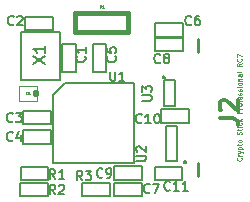
<source format=gto>
G04 (created by PCBNEW-RS274X (2011-05-25)-stable) date Tue 14 Jan 2014 03:28:53 PM CET*
G01*
G70*
G90*
%MOIN*%
G04 Gerber Fmt 3.4, Leading zero omitted, Abs format*
%FSLAX34Y34*%
G04 APERTURE LIST*
%ADD10C,0.006000*%
%ADD11C,0.003900*%
%ADD12C,0.005900*%
%ADD13C,0.010000*%
%ADD14C,0.015000*%
%ADD15C,0.012000*%
%ADD16C,0.002500*%
%ADD17C,0.007900*%
%ADD18C,0.001300*%
G04 APERTURE END LIST*
G54D10*
G54D11*
X03248Y-01676D02*
X03256Y-01683D01*
X03263Y-01706D01*
X03263Y-01721D01*
X03256Y-01743D01*
X03241Y-01758D01*
X03226Y-01766D01*
X03196Y-01773D01*
X03173Y-01773D01*
X03143Y-01766D01*
X03128Y-01758D01*
X03114Y-01743D01*
X03106Y-01721D01*
X03106Y-01706D01*
X03114Y-01683D01*
X03121Y-01676D01*
X03263Y-01609D02*
X03158Y-01609D01*
X03188Y-01609D02*
X03173Y-01601D01*
X03166Y-01594D01*
X03158Y-01579D01*
X03158Y-01564D01*
X03158Y-01527D02*
X03263Y-01489D01*
X03158Y-01452D02*
X03263Y-01489D01*
X03300Y-01504D01*
X03308Y-01512D01*
X03315Y-01527D01*
X03158Y-01392D02*
X03315Y-01392D01*
X03166Y-01392D02*
X03158Y-01377D01*
X03158Y-01347D01*
X03166Y-01332D01*
X03173Y-01324D01*
X03188Y-01317D01*
X03233Y-01317D01*
X03248Y-01324D01*
X03256Y-01332D01*
X03263Y-01347D01*
X03263Y-01377D01*
X03256Y-01392D01*
X03158Y-01272D02*
X03158Y-01212D01*
X03106Y-01250D02*
X03241Y-01250D01*
X03256Y-01242D01*
X03263Y-01227D01*
X03263Y-01212D01*
X03263Y-01137D02*
X03256Y-01152D01*
X03248Y-01160D01*
X03233Y-01167D01*
X03188Y-01167D01*
X03173Y-01160D01*
X03166Y-01152D01*
X03158Y-01137D01*
X03158Y-01115D01*
X03166Y-01100D01*
X03173Y-01092D01*
X03188Y-01085D01*
X03233Y-01085D01*
X03248Y-01092D01*
X03256Y-01100D01*
X03263Y-01115D01*
X03263Y-01137D01*
X03256Y-00905D02*
X03263Y-00883D01*
X03263Y-00845D01*
X03256Y-00830D01*
X03248Y-00823D01*
X03233Y-00815D01*
X03218Y-00815D01*
X03203Y-00823D01*
X03196Y-00830D01*
X03188Y-00845D01*
X03181Y-00875D01*
X03173Y-00890D01*
X03166Y-00898D01*
X03151Y-00905D01*
X03136Y-00905D01*
X03121Y-00898D01*
X03114Y-00890D01*
X03106Y-00875D01*
X03106Y-00838D01*
X03114Y-00815D01*
X03158Y-00770D02*
X03158Y-00710D01*
X03106Y-00748D02*
X03241Y-00748D01*
X03256Y-00740D01*
X03263Y-00725D01*
X03263Y-00710D01*
X03263Y-00658D02*
X03158Y-00658D01*
X03106Y-00658D02*
X03114Y-00665D01*
X03121Y-00658D01*
X03114Y-00650D01*
X03106Y-00658D01*
X03121Y-00658D01*
X03256Y-00515D02*
X03263Y-00530D01*
X03263Y-00560D01*
X03256Y-00575D01*
X03248Y-00583D01*
X03233Y-00590D01*
X03188Y-00590D01*
X03173Y-00583D01*
X03166Y-00575D01*
X03158Y-00560D01*
X03158Y-00530D01*
X03166Y-00515D01*
X03263Y-00448D02*
X03106Y-00448D01*
X03203Y-00433D02*
X03263Y-00388D01*
X03158Y-00388D02*
X03218Y-00448D01*
X03263Y-00201D02*
X03106Y-00201D01*
X03106Y-00141D01*
X03114Y-00126D01*
X03121Y-00118D01*
X03136Y-00111D01*
X03158Y-00111D01*
X03173Y-00118D01*
X03181Y-00126D01*
X03188Y-00141D01*
X03188Y-00201D01*
X03263Y-00044D02*
X03158Y-00044D01*
X03188Y-00044D02*
X03173Y-00036D01*
X03166Y-00029D01*
X03158Y-00014D01*
X03158Y00001D01*
X03263Y00076D02*
X03256Y00061D01*
X03248Y00053D01*
X03233Y00046D01*
X03188Y00046D01*
X03173Y00053D01*
X03166Y00061D01*
X03158Y00076D01*
X03158Y00098D01*
X03166Y00113D01*
X03173Y00121D01*
X03188Y00128D01*
X03233Y00128D01*
X03248Y00121D01*
X03256Y00113D01*
X03263Y00098D01*
X03263Y00076D01*
X03158Y00173D02*
X03158Y00233D01*
X03263Y00195D02*
X03128Y00195D01*
X03114Y00203D01*
X03106Y00218D01*
X03106Y00233D01*
X03256Y00345D02*
X03263Y00330D01*
X03263Y00300D01*
X03256Y00285D01*
X03241Y00278D01*
X03181Y00278D01*
X03166Y00285D01*
X03158Y00300D01*
X03158Y00330D01*
X03166Y00345D01*
X03181Y00353D01*
X03196Y00353D01*
X03211Y00278D01*
X03256Y00413D02*
X03263Y00428D01*
X03263Y00458D01*
X03256Y00473D01*
X03241Y00480D01*
X03233Y00480D01*
X03218Y00473D01*
X03211Y00458D01*
X03211Y00435D01*
X03203Y00420D01*
X03188Y00413D01*
X03181Y00413D01*
X03166Y00420D01*
X03158Y00435D01*
X03158Y00458D01*
X03166Y00473D01*
X03256Y00540D02*
X03263Y00555D01*
X03263Y00585D01*
X03256Y00600D01*
X03241Y00607D01*
X03233Y00607D01*
X03218Y00600D01*
X03211Y00585D01*
X03211Y00562D01*
X03203Y00547D01*
X03188Y00540D01*
X03181Y00540D01*
X03166Y00547D01*
X03158Y00562D01*
X03158Y00585D01*
X03166Y00600D01*
X03263Y00674D02*
X03158Y00674D01*
X03106Y00674D02*
X03114Y00667D01*
X03121Y00674D01*
X03114Y00682D01*
X03106Y00674D01*
X03121Y00674D01*
X03263Y00772D02*
X03256Y00757D01*
X03248Y00749D01*
X03233Y00742D01*
X03188Y00742D01*
X03173Y00749D01*
X03166Y00757D01*
X03158Y00772D01*
X03158Y00794D01*
X03166Y00809D01*
X03173Y00817D01*
X03188Y00824D01*
X03233Y00824D01*
X03248Y00817D01*
X03256Y00809D01*
X03263Y00794D01*
X03263Y00772D01*
X03158Y00891D02*
X03263Y00891D01*
X03173Y00891D02*
X03166Y00899D01*
X03158Y00914D01*
X03158Y00936D01*
X03166Y00951D01*
X03181Y00959D01*
X03263Y00959D01*
X03263Y01101D02*
X03181Y01101D01*
X03166Y01093D01*
X03158Y01078D01*
X03158Y01048D01*
X03166Y01033D01*
X03256Y01101D02*
X03263Y01086D01*
X03263Y01048D01*
X03256Y01033D01*
X03241Y01026D01*
X03226Y01026D01*
X03211Y01033D01*
X03203Y01048D01*
X03203Y01086D01*
X03196Y01101D01*
X03263Y01198D02*
X03256Y01183D01*
X03241Y01175D01*
X03106Y01175D01*
X03263Y01467D02*
X03188Y01415D01*
X03263Y01377D02*
X03106Y01377D01*
X03106Y01437D01*
X03114Y01452D01*
X03121Y01460D01*
X03136Y01467D01*
X03158Y01467D01*
X03173Y01460D01*
X03181Y01452D01*
X03188Y01437D01*
X03188Y01377D01*
X03248Y01624D02*
X03256Y01617D01*
X03263Y01594D01*
X03263Y01579D01*
X03256Y01557D01*
X03241Y01542D01*
X03226Y01534D01*
X03196Y01527D01*
X03173Y01527D01*
X03143Y01534D01*
X03128Y01542D01*
X03114Y01557D01*
X03106Y01579D01*
X03106Y01594D01*
X03114Y01617D01*
X03121Y01624D01*
X03106Y01676D02*
X03106Y01781D01*
X03263Y01714D01*
G54D12*
X-02618Y00808D02*
X-03012Y00414D01*
X-03012Y00414D02*
X-03012Y-01870D01*
X-00334Y00808D02*
X-00334Y-01870D01*
X-00334Y-01870D02*
X-03012Y-01870D01*
X-02618Y00808D02*
X-00334Y00808D01*
G54D13*
X01825Y01851D02*
X01825Y02284D01*
X01825Y-01849D02*
X01825Y-02282D01*
G54D14*
X-00600Y03150D02*
X-02275Y03150D01*
X-02275Y03150D02*
X-02275Y02525D01*
X-02275Y02525D02*
X-00525Y02525D01*
X-00525Y02525D02*
X-00525Y03150D01*
G54D12*
X-04026Y-00109D02*
X-03100Y-00109D01*
X-03100Y-00109D02*
X-03100Y-00561D01*
X-03100Y-00561D02*
X-04026Y-00561D01*
X-04026Y-00561D02*
X-04026Y-00109D01*
X-04105Y-02431D02*
X-04105Y-01979D01*
X-04105Y-01979D02*
X-03179Y-01979D01*
X-03179Y-01979D02*
X-03179Y-02431D01*
X-03179Y-02431D02*
X-04105Y-02431D01*
X-02274Y02117D02*
X-02274Y01191D01*
X-02274Y01191D02*
X-02726Y01191D01*
X-02726Y01191D02*
X-02726Y02117D01*
X-02726Y02117D02*
X-02274Y02117D01*
X-00068Y-02411D02*
X-00994Y-02411D01*
X-00994Y-02411D02*
X-00994Y-01959D01*
X-00994Y-01959D02*
X-00068Y-01959D01*
X-00068Y-01959D02*
X-00068Y-02411D01*
X00374Y02805D02*
X01300Y02805D01*
X01300Y02805D02*
X01300Y02353D01*
X01300Y02353D02*
X00374Y02353D01*
X00374Y02353D02*
X00374Y02805D01*
X-01250Y02117D02*
X-01250Y01191D01*
X-01250Y01191D02*
X-01702Y01191D01*
X-01702Y01191D02*
X-01702Y02117D01*
X-01702Y02117D02*
X-01250Y02117D01*
X-03100Y-01210D02*
X-04026Y-01210D01*
X-04026Y-01210D02*
X-04026Y-00758D01*
X-04026Y-00758D02*
X-03100Y-00758D01*
X-03100Y-00758D02*
X-03100Y-01210D01*
X-03021Y02569D02*
X-03947Y02569D01*
X-03947Y02569D02*
X-03947Y03021D01*
X-03947Y03021D02*
X-03021Y03021D01*
X-03021Y03021D02*
X-03021Y02569D01*
X-00994Y-02510D02*
X-00068Y-02510D01*
X-00068Y-02510D02*
X-00068Y-02962D01*
X-00068Y-02962D02*
X-00994Y-02962D01*
X-00994Y-02962D02*
X-00994Y-02510D01*
X00738Y-01792D02*
X00738Y-00610D01*
X00738Y-00610D02*
X01112Y-00610D01*
X01112Y-00610D02*
X01112Y-01792D01*
X01112Y-01792D02*
X00738Y-01792D01*
X01421Y-01830D02*
X01420Y-01838D01*
X01417Y-01846D01*
X01413Y-01853D01*
X01408Y-01860D01*
X01402Y-01865D01*
X01394Y-01869D01*
X01386Y-01872D01*
X01378Y-01872D01*
X01370Y-01872D01*
X01362Y-01869D01*
X01355Y-01865D01*
X01348Y-01860D01*
X01343Y-01854D01*
X01339Y-01846D01*
X01336Y-01838D01*
X01336Y-01830D01*
X01336Y-01823D01*
X01339Y-01815D01*
X01342Y-01807D01*
X01348Y-01801D01*
X01354Y-01795D01*
X01361Y-01791D01*
X01369Y-01789D01*
X01378Y-01788D01*
X01385Y-01788D01*
X01393Y-01790D01*
X01401Y-01794D01*
X01407Y-01799D01*
X01413Y-01806D01*
X01417Y-01813D01*
X01419Y-01821D01*
X01420Y-01829D01*
X01421Y-01830D01*
X00364Y-01979D02*
X01290Y-01979D01*
X01290Y-01979D02*
X01290Y-02431D01*
X01290Y-02431D02*
X00364Y-02431D01*
X00364Y-02431D02*
X00364Y-01979D01*
X-04105Y00913D02*
X-04105Y02513D01*
X-04105Y02513D02*
X-02785Y02513D01*
X-02785Y02513D02*
X-02785Y00913D01*
X-02785Y00913D02*
X-04105Y00913D01*
X-03198Y-02962D02*
X-04124Y-02962D01*
X-04124Y-02962D02*
X-04124Y-02510D01*
X-04124Y-02510D02*
X-03198Y-02510D01*
X-03198Y-02510D02*
X-03198Y-02962D01*
X00374Y02313D02*
X01300Y02313D01*
X01300Y02313D02*
X01300Y01861D01*
X01300Y01861D02*
X00374Y01861D01*
X00374Y01861D02*
X00374Y02313D01*
X01506Y-00521D02*
X00580Y-00521D01*
X00580Y-00521D02*
X00580Y-00069D01*
X00580Y-00069D02*
X01506Y-00069D01*
X01506Y-00069D02*
X01506Y-00521D01*
X01053Y00905D02*
X00679Y00905D01*
X01053Y00039D02*
X00679Y00039D01*
X00697Y01003D02*
X00696Y00997D01*
X00694Y00990D01*
X00691Y00984D01*
X00686Y00979D01*
X00681Y00974D01*
X00675Y00971D01*
X00669Y00969D01*
X00662Y00969D01*
X00656Y00969D01*
X00649Y00971D01*
X00643Y00974D01*
X00638Y00978D01*
X00634Y00984D01*
X00630Y00990D01*
X00628Y00996D01*
X00628Y01003D01*
X00628Y01009D01*
X00630Y01015D01*
X00633Y01021D01*
X00637Y01027D01*
X00643Y01031D01*
X00648Y01035D01*
X00655Y01037D01*
X00662Y01037D01*
X00668Y01037D01*
X00674Y01035D01*
X00680Y01032D01*
X00686Y01028D01*
X00690Y01023D01*
X00693Y01017D01*
X00696Y01010D01*
X00696Y01003D01*
X00697Y01003D01*
X01053Y00905D02*
X01053Y00039D01*
X00679Y00039D02*
X00679Y00905D01*
G54D14*
X-03583Y00472D02*
X-03584Y00468D01*
X-03585Y00463D01*
X-03588Y00459D01*
X-03591Y00455D01*
X-03595Y00452D01*
X-03599Y00449D01*
X-03603Y00448D01*
X-03608Y00448D01*
X-03612Y00448D01*
X-03617Y00449D01*
X-03621Y00452D01*
X-03625Y00455D01*
X-03628Y00458D01*
X-03630Y00463D01*
X-03632Y00467D01*
X-03632Y00472D01*
X-03632Y00476D01*
X-03631Y00481D01*
X-03629Y00485D01*
X-03625Y00489D01*
X-03622Y00492D01*
X-03618Y00494D01*
X-03613Y00496D01*
X-03608Y00496D01*
X-03604Y00496D01*
X-03599Y00495D01*
X-03595Y00493D01*
X-03591Y00490D01*
X-03588Y00486D01*
X-03586Y00482D01*
X-03584Y00477D01*
X-03584Y00472D01*
X-03583Y00472D01*
G54D11*
X-03558Y00472D02*
X-03558Y00222D01*
X-03558Y00222D02*
X-04158Y00222D01*
X-04158Y00222D02*
X-04158Y00722D01*
X-04158Y00722D02*
X-03558Y00722D01*
X-03558Y00722D02*
X-03558Y00472D01*
G54D12*
X-01117Y-02514D02*
X-01117Y-02966D01*
X-01117Y-02966D02*
X-02043Y-02966D01*
X-02043Y-02966D02*
X-02043Y-02514D01*
X-02043Y-02514D02*
X-01117Y-02514D01*
G54D10*
X-01119Y01189D02*
X-01119Y00946D01*
X-01104Y00917D01*
X-01090Y00903D01*
X-01061Y00889D01*
X-01004Y00889D01*
X-00976Y00903D01*
X-00961Y00917D01*
X-00947Y00946D01*
X-00947Y01189D01*
X-00647Y00889D02*
X-00819Y00889D01*
X-00733Y00889D02*
X-00733Y01189D01*
X-00762Y01146D01*
X-00790Y01117D01*
X-00819Y01103D01*
G54D15*
X02528Y-00359D02*
X02956Y-00359D01*
X03042Y-00387D01*
X03099Y-00444D01*
X03128Y-00530D01*
X03128Y-00587D01*
X02585Y-00102D02*
X02556Y-00073D01*
X02528Y-00016D01*
X02528Y00127D01*
X02556Y00184D01*
X02585Y00213D01*
X02642Y00241D01*
X02699Y00241D01*
X02785Y00213D01*
X03128Y-00130D01*
X03128Y00241D01*
G54D16*
X-01473Y03310D02*
X-01473Y03410D01*
X-01435Y03410D01*
X-01426Y03405D01*
X-01421Y03400D01*
X-01416Y03390D01*
X-01416Y03376D01*
X-01421Y03367D01*
X-01426Y03362D01*
X-01435Y03357D01*
X-01473Y03357D01*
X-01321Y03310D02*
X-01378Y03310D01*
X-01349Y03310D02*
X-01349Y03410D01*
X-01359Y03395D01*
X-01368Y03386D01*
X-01378Y03381D01*
G54D12*
X-04368Y-00465D02*
X-04383Y-00480D01*
X-04428Y-00495D01*
X-04458Y-00495D01*
X-04503Y-00480D01*
X-04533Y-00450D01*
X-04548Y-00420D01*
X-04563Y-00360D01*
X-04563Y-00315D01*
X-04548Y-00255D01*
X-04533Y-00225D01*
X-04503Y-00195D01*
X-04458Y-00180D01*
X-04428Y-00180D01*
X-04383Y-00195D01*
X-04368Y-00210D01*
X-04263Y-00180D02*
X-04068Y-00180D01*
X-04173Y-00300D01*
X-04128Y-00300D01*
X-04098Y-00315D01*
X-04083Y-00330D01*
X-04068Y-00360D01*
X-04068Y-00435D01*
X-04083Y-00465D01*
X-04098Y-00480D01*
X-04128Y-00495D01*
X-04218Y-00495D01*
X-04248Y-00480D01*
X-04263Y-00465D01*
X-02950Y-02385D02*
X-03055Y-02235D01*
X-03130Y-02385D02*
X-03130Y-02070D01*
X-03010Y-02070D01*
X-02980Y-02085D01*
X-02965Y-02100D01*
X-02950Y-02130D01*
X-02950Y-02175D01*
X-02965Y-02205D01*
X-02980Y-02220D01*
X-03010Y-02235D01*
X-03130Y-02235D01*
X-02650Y-02385D02*
X-02830Y-02385D01*
X-02740Y-02385D02*
X-02740Y-02070D01*
X-02770Y-02115D01*
X-02800Y-02145D01*
X-02830Y-02160D01*
X-01970Y01700D02*
X-01955Y01685D01*
X-01940Y01640D01*
X-01940Y01610D01*
X-01955Y01565D01*
X-01985Y01535D01*
X-02015Y01520D01*
X-02075Y01505D01*
X-02120Y01505D01*
X-02180Y01520D01*
X-02210Y01535D01*
X-02240Y01565D01*
X-02255Y01610D01*
X-02255Y01640D01*
X-02240Y01685D01*
X-02225Y01700D01*
X-01940Y02000D02*
X-01940Y01820D01*
X-01940Y01910D02*
X-02255Y01910D01*
X-02210Y01880D01*
X-02180Y01850D01*
X-02165Y01820D01*
X00199Y-02827D02*
X00184Y-02842D01*
X00139Y-02857D01*
X00109Y-02857D01*
X00064Y-02842D01*
X00034Y-02812D01*
X00019Y-02782D01*
X00004Y-02722D01*
X00004Y-02677D01*
X00019Y-02617D01*
X00034Y-02587D01*
X00064Y-02557D01*
X00109Y-02542D01*
X00139Y-02542D01*
X00184Y-02557D01*
X00199Y-02572D01*
X00304Y-02542D02*
X00514Y-02542D01*
X00379Y-02857D01*
X01577Y02764D02*
X01562Y02749D01*
X01517Y02734D01*
X01487Y02734D01*
X01442Y02749D01*
X01412Y02779D01*
X01397Y02809D01*
X01382Y02869D01*
X01382Y02914D01*
X01397Y02974D01*
X01412Y03004D01*
X01442Y03034D01*
X01487Y03049D01*
X01517Y03049D01*
X01562Y03034D01*
X01577Y03019D01*
X01847Y03049D02*
X01787Y03049D01*
X01757Y03034D01*
X01742Y03019D01*
X01712Y02974D01*
X01697Y02914D01*
X01697Y02794D01*
X01712Y02764D01*
X01727Y02749D01*
X01757Y02734D01*
X01817Y02734D01*
X01847Y02749D01*
X01862Y02764D01*
X01877Y02794D01*
X01877Y02869D01*
X01862Y02899D01*
X01847Y02914D01*
X01817Y02929D01*
X01757Y02929D01*
X01727Y02914D01*
X01712Y02899D01*
X01697Y02869D01*
X-00946Y01700D02*
X-00931Y01685D01*
X-00916Y01640D01*
X-00916Y01610D01*
X-00931Y01565D01*
X-00961Y01535D01*
X-00991Y01520D01*
X-01051Y01505D01*
X-01096Y01505D01*
X-01156Y01520D01*
X-01186Y01535D01*
X-01216Y01565D01*
X-01231Y01610D01*
X-01231Y01640D01*
X-01216Y01685D01*
X-01201Y01700D01*
X-01231Y01985D02*
X-01231Y01835D01*
X-01081Y01820D01*
X-01096Y01835D01*
X-01111Y01865D01*
X-01111Y01940D01*
X-01096Y01970D01*
X-01081Y01985D01*
X-01051Y02000D01*
X-00976Y02000D01*
X-00946Y01985D01*
X-00931Y01970D01*
X-00916Y01940D01*
X-00916Y01865D01*
X-00931Y01835D01*
X-00946Y01820D01*
X-04368Y-01095D02*
X-04383Y-01110D01*
X-04428Y-01125D01*
X-04458Y-01125D01*
X-04503Y-01110D01*
X-04533Y-01080D01*
X-04548Y-01050D01*
X-04563Y-00990D01*
X-04563Y-00945D01*
X-04548Y-00885D01*
X-04533Y-00855D01*
X-04503Y-00825D01*
X-04458Y-00810D01*
X-04428Y-00810D01*
X-04383Y-00825D01*
X-04368Y-00840D01*
X-04098Y-00915D02*
X-04098Y-01125D01*
X-04173Y-00795D02*
X-04248Y-01020D01*
X-04053Y-01020D01*
X-04328Y02764D02*
X-04343Y02749D01*
X-04388Y02734D01*
X-04418Y02734D01*
X-04463Y02749D01*
X-04493Y02779D01*
X-04508Y02809D01*
X-04523Y02869D01*
X-04523Y02914D01*
X-04508Y02974D01*
X-04493Y03004D01*
X-04463Y03034D01*
X-04418Y03049D01*
X-04388Y03049D01*
X-04343Y03034D01*
X-04328Y03019D01*
X-04208Y03019D02*
X-04193Y03034D01*
X-04163Y03049D01*
X-04088Y03049D01*
X-04058Y03034D01*
X-04043Y03019D01*
X-04028Y02989D01*
X-04028Y02959D01*
X-04043Y02914D01*
X-04223Y02734D01*
X-04028Y02734D01*
X-01375Y-02315D02*
X-01390Y-02330D01*
X-01435Y-02345D01*
X-01465Y-02345D01*
X-01510Y-02330D01*
X-01540Y-02300D01*
X-01555Y-02270D01*
X-01570Y-02210D01*
X-01570Y-02165D01*
X-01555Y-02105D01*
X-01540Y-02075D01*
X-01510Y-02045D01*
X-01465Y-02030D01*
X-01435Y-02030D01*
X-01390Y-02045D01*
X-01375Y-02060D01*
X-01225Y-02345D02*
X-01165Y-02345D01*
X-01135Y-02330D01*
X-01120Y-02315D01*
X-01090Y-02270D01*
X-01075Y-02210D01*
X-01075Y-02090D01*
X-01090Y-02060D01*
X-01105Y-02045D01*
X-01135Y-02030D01*
X-01195Y-02030D01*
X-01225Y-02045D01*
X-01240Y-02060D01*
X-01255Y-02090D01*
X-01255Y-02165D01*
X-01240Y-02195D01*
X-01225Y-02210D01*
X-01195Y-02225D01*
X-01135Y-02225D01*
X-01105Y-02210D01*
X-01090Y-02195D01*
X-01075Y-02165D01*
X-00252Y-01789D02*
X00003Y-01789D01*
X00033Y-01774D01*
X00048Y-01759D01*
X00063Y-01729D01*
X00063Y-01669D01*
X00048Y-01639D01*
X00033Y-01624D01*
X00003Y-01609D01*
X-00252Y-01609D01*
X-00222Y-01474D02*
X-00237Y-01459D01*
X-00252Y-01429D01*
X-00252Y-01354D01*
X-00237Y-01324D01*
X-00222Y-01309D01*
X-00192Y-01294D01*
X-00162Y-01294D01*
X-00117Y-01309D01*
X00063Y-01489D01*
X00063Y-01294D01*
X00876Y-02748D02*
X00861Y-02763D01*
X00816Y-02778D01*
X00786Y-02778D01*
X00741Y-02763D01*
X00711Y-02733D01*
X00696Y-02703D01*
X00681Y-02643D01*
X00681Y-02598D01*
X00696Y-02538D01*
X00711Y-02508D01*
X00741Y-02478D01*
X00786Y-02463D01*
X00816Y-02463D01*
X00861Y-02478D01*
X00876Y-02493D01*
X01176Y-02778D02*
X00996Y-02778D01*
X01086Y-02778D02*
X01086Y-02463D01*
X01056Y-02508D01*
X01026Y-02538D01*
X00996Y-02553D01*
X01476Y-02778D02*
X01296Y-02778D01*
X01386Y-02778D02*
X01386Y-02463D01*
X01356Y-02508D01*
X01326Y-02538D01*
X01296Y-02553D01*
G54D17*
X-03685Y01431D02*
X-03291Y01694D01*
X-03685Y01694D02*
X-03291Y01431D01*
X-03291Y02050D02*
X-03291Y01825D01*
X-03291Y01938D02*
X-03685Y01938D01*
X-03628Y01900D01*
X-03591Y01863D01*
X-03572Y01825D01*
G54D12*
X-02950Y-02896D02*
X-03055Y-02746D01*
X-03130Y-02896D02*
X-03130Y-02581D01*
X-03010Y-02581D01*
X-02980Y-02596D01*
X-02965Y-02611D01*
X-02950Y-02641D01*
X-02950Y-02686D01*
X-02965Y-02716D01*
X-02980Y-02731D01*
X-03010Y-02746D01*
X-03130Y-02746D01*
X-02830Y-02611D02*
X-02815Y-02596D01*
X-02785Y-02581D01*
X-02710Y-02581D01*
X-02680Y-02596D01*
X-02665Y-02611D01*
X-02650Y-02641D01*
X-02650Y-02671D01*
X-02665Y-02716D01*
X-02845Y-02896D01*
X-02650Y-02896D01*
X00554Y01504D02*
X00539Y01489D01*
X00494Y01474D01*
X00464Y01474D01*
X00419Y01489D01*
X00389Y01519D01*
X00374Y01549D01*
X00359Y01609D01*
X00359Y01654D01*
X00374Y01714D01*
X00389Y01744D01*
X00419Y01774D01*
X00464Y01789D01*
X00494Y01789D01*
X00539Y01774D01*
X00554Y01759D01*
X00734Y01654D02*
X00704Y01669D01*
X00689Y01684D01*
X00674Y01714D01*
X00674Y01729D01*
X00689Y01759D01*
X00704Y01774D01*
X00734Y01789D01*
X00794Y01789D01*
X00824Y01774D01*
X00839Y01759D01*
X00854Y01729D01*
X00854Y01714D01*
X00839Y01684D01*
X00824Y01669D01*
X00794Y01654D01*
X00734Y01654D01*
X00704Y01639D01*
X00689Y01624D01*
X00674Y01594D01*
X00674Y01534D01*
X00689Y01504D01*
X00704Y01489D01*
X00734Y01474D01*
X00794Y01474D01*
X00824Y01489D01*
X00839Y01504D01*
X00854Y01534D01*
X00854Y01594D01*
X00839Y01624D01*
X00824Y01639D01*
X00794Y01654D01*
X-00069Y-00504D02*
X-00084Y-00519D01*
X-00129Y-00534D01*
X-00159Y-00534D01*
X-00204Y-00519D01*
X-00234Y-00489D01*
X-00249Y-00459D01*
X-00264Y-00399D01*
X-00264Y-00354D01*
X-00249Y-00294D01*
X-00234Y-00264D01*
X-00204Y-00234D01*
X-00159Y-00219D01*
X-00129Y-00219D01*
X-00084Y-00234D01*
X-00069Y-00249D01*
X00231Y-00534D02*
X00051Y-00534D01*
X00141Y-00534D02*
X00141Y-00219D01*
X00111Y-00264D01*
X00081Y-00294D01*
X00051Y-00309D01*
X00426Y-00219D02*
X00456Y-00219D01*
X00486Y-00234D01*
X00501Y-00249D01*
X00516Y-00279D01*
X00531Y-00339D01*
X00531Y-00414D01*
X00516Y-00474D01*
X00501Y-00504D01*
X00486Y-00519D01*
X00456Y-00534D01*
X00426Y-00534D01*
X00396Y-00519D01*
X00381Y-00504D01*
X00366Y-00474D01*
X00351Y-00414D01*
X00351Y-00339D01*
X00366Y-00279D01*
X00381Y-00249D01*
X00396Y-00234D01*
X00426Y-00219D01*
X-00055Y00219D02*
X00200Y00219D01*
X00230Y00234D01*
X00245Y00249D01*
X00260Y00279D01*
X00260Y00339D01*
X00245Y00369D01*
X00230Y00384D01*
X00200Y00399D01*
X-00055Y00399D01*
X-00055Y00519D02*
X-00055Y00714D01*
X00065Y00609D01*
X00065Y00654D01*
X00080Y00684D01*
X00095Y00699D01*
X00125Y00714D01*
X00200Y00714D01*
X00230Y00699D01*
X00245Y00684D01*
X00260Y00654D01*
X00260Y00564D01*
X00245Y00534D01*
X00230Y00519D01*
G54D18*
X-03916Y00441D02*
X-03916Y00520D01*
X-03897Y00520D01*
X-03886Y00516D01*
X-03879Y00508D01*
X-03875Y00501D01*
X-03871Y00486D01*
X-03871Y00474D01*
X-03875Y00459D01*
X-03879Y00452D01*
X-03886Y00444D01*
X-03897Y00441D01*
X-03916Y00441D01*
X-03796Y00441D02*
X-03841Y00441D01*
X-03818Y00441D02*
X-03818Y00520D01*
X-03826Y00508D01*
X-03833Y00501D01*
X-03841Y00497D01*
G54D12*
X-02045Y-02424D02*
X-02150Y-02274D01*
X-02225Y-02424D02*
X-02225Y-02109D01*
X-02105Y-02109D01*
X-02075Y-02124D01*
X-02060Y-02139D01*
X-02045Y-02169D01*
X-02045Y-02214D01*
X-02060Y-02244D01*
X-02075Y-02259D01*
X-02105Y-02274D01*
X-02225Y-02274D01*
X-01940Y-02109D02*
X-01745Y-02109D01*
X-01850Y-02229D01*
X-01805Y-02229D01*
X-01775Y-02244D01*
X-01760Y-02259D01*
X-01745Y-02289D01*
X-01745Y-02364D01*
X-01760Y-02394D01*
X-01775Y-02409D01*
X-01805Y-02424D01*
X-01895Y-02424D01*
X-01925Y-02409D01*
X-01940Y-02394D01*
M02*

</source>
